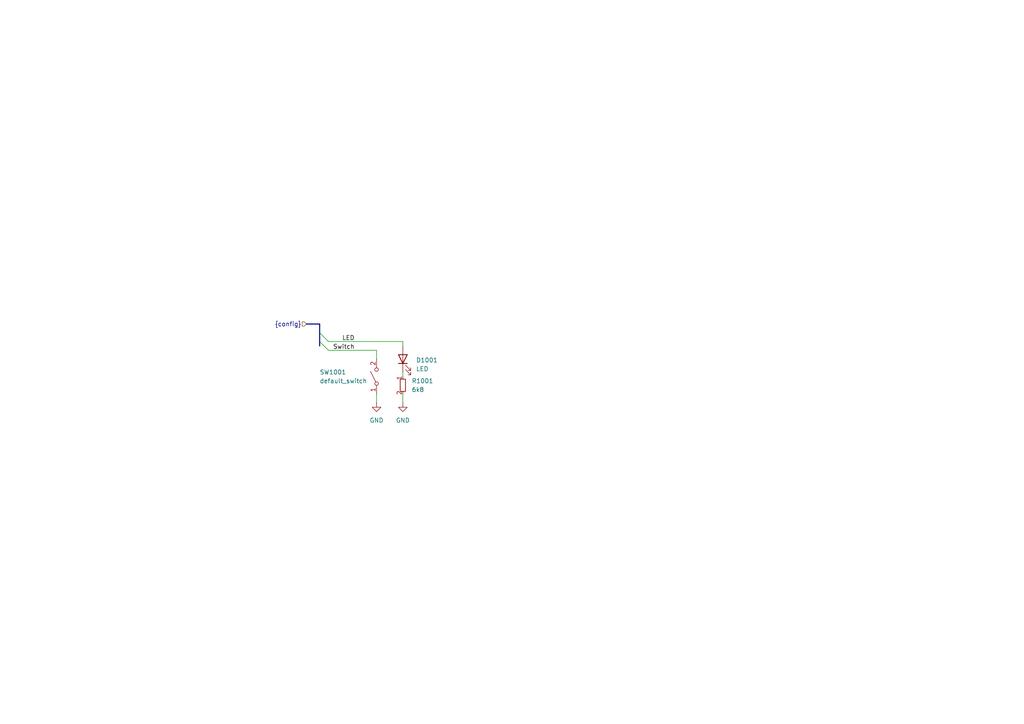
<source format=kicad_sch>
(kicad_sch (version 20231120) (generator "eeschema") (generator_version "8.0")
  (paper "A4")
  (lib_symbols
    (symbol "custom_kicad_lib_sk:LED" (pin_numbers hide) (pin_names (offset 1.016) hide)
      (property "Reference" "D" (at 0 2.54 0))
      (property "Value" "LED" (at 0 -2.54 0))
      (symbol "LED_0_1"
        (polyline (pts (xy -1.27 -1.27) (xy -1.27 1.27)) (stroke (width 0.254)))
        (polyline (pts (xy -1.27 0) (xy 1.27 0)))
        (polyline (pts (xy 1.27 -1.27) (xy 1.27 1.27) (xy -1.27 0) (xy 1.27 -1.27)) (stroke (width 0.254)))
        (polyline (pts (xy -3.048 -0.762) (xy -4.572 -2.286) (xy -3.81 -2.286) (xy -4.572 -2.286) (xy -4.572 -1.524)))
        (polyline (pts (xy -1.778 -0.762) (xy -3.302 -2.286) (xy -2.54 -2.286) (xy -3.302 -2.286) (xy -3.302 -1.524)))
      )
      (symbol "LED_1_1"
        (pin passive line (at -3.81 0 0) (length 2.54) (name "K") (number "1"))
        (pin passive line (at 3.81 0 180) (length 2.54) (name "A") (number "2"))
      )
    )
    (symbol "custom_kicad_lib_sk:default_switch" (pin_names (offset 0) hide)
      (property "Reference" "SW" (at 0 3.175 0))
      (property "Value" "default_switch" (at 0 -2.54 0))
      (symbol "default_switch_0_0"
        (circle (center -2.032 0) (radius 0.508))
        (polyline (pts (xy -1.524 0.254) (xy 1.524 1.778)))
        (circle (center 2.032 0) (radius 0.508))
      )
      (symbol "default_switch_1_1"
        (pin passive line (at -5.08 0 0) (length 2.54) (name "A") (number "1"))
        (pin passive line (at 5.08 0 180) (length 2.54) (name "B") (number "2"))
      )
    )
    (symbol "power:GND" (power) (pin_numbers hide) (pin_names (offset 0) hide)
      (property "Value" "GND" (at 0 -3.81 0))
      (symbol "GND_0_1"
        (polyline (pts (xy 0 0) (xy 0 -1.27) (xy 1.27 -1.27) (xy 0 -2.54) (xy -1.27 -1.27) (xy 0 -1.27)))
      )
      (symbol "GND_1_1"
        (pin power_in line (at 0 0 270) (length 0) (name "~") (number "1"))
      )
    )
    (symbol "resistors_0603:R_6k8_0603"
      (property "Reference" "R" (at 1.27 2.54 0))
      (property "Value" "6k8" (at 2.54 -2.54 0))
      (symbol "R_6k8_0603_0_1"
        (rectangle (start -0.762 1.778) (end 0.762 -1.778) (stroke (width 0.2032)))
      )
      (symbol "R_6k8_0603_1_1"
        (pin passive line (at 0 2.54 270) (length 0.762) (name "~") (number "1"))
        (pin passive line (at 0 -2.54 90) (length 0.762) (name "~") (number "2"))
      )
    )
  )
  (bus_alias "config" (members "Switch" "LED"))
  (bus_entry (at 92.71 96.52) (size 2.54 2.54))
  (bus_entry (at 92.71 99.06) (size 2.54 2.54))
  (wire (pts (xy 116.84 114.3) (xy 116.84 116.84)))
  (bus (pts (xy 88.9 93.98) (xy 92.71 93.98)))
  (bus (pts (xy 92.71 99.06) (xy 92.71 100.33)))
  (bus (pts (xy 92.71 93.98) (xy 92.71 96.52)))
  (bus (pts (xy 92.71 96.52) (xy 92.71 99.06)))
  (wire (pts (xy 116.84 107.95) (xy 116.84 109.22)))
  (wire (pts (xy 95.25 99.06) (xy 116.84 99.06)))
  (wire (pts (xy 95.25 101.6) (xy 109.22 101.6)))
  (wire (pts (xy 109.22 114.3) (xy 109.22 116.84)))
  (wire (pts (xy 116.84 100.33) (xy 116.84 99.06)))
  (wire (pts (xy 109.22 104.14) (xy 109.22 101.6)))
  (label "Switch" (at 102.87 101.6 180))
  (label "LED" (at 102.87 99.06 180))
  (hierarchical_label "{config}" (shape input) (at 88.9 93.98 180))
  (symbol (lib_id "power:GND") (at 109.22 116.84 0) (unit 1)
    (property "Reference" "#PWR01001" (effects (hide yes)))
    (property "Value" "GND" (at 109.22 121.92 0))
    (property "Description" "Power symbol creates a global label with name \"GND\" , ground" (effects (hide yes)))
  )
  (symbol (lib_id "power:GND") (at 116.84 116.84 0) (unit 1)
    (property "Reference" "#PWR01002" (effects (hide yes)))
    (property "Value" "GND" (at 116.84 121.92 0))
    (property "Description" "Power symbol creates a global label with name \"GND\" , ground" (effects (hide yes)))
  )
  (symbol (lib_id "custom_kicad_lib_sk:default_switch") (at 109.22 109.22 90) (unit 1)
    (property "Reference" "SW1001" (at 92.71 107.95 90) (effects (justify right)))
    (property "Value" "default_switch" (at 92.71 110.49 90) (effects (justify right)))
    (property "Footprint" "custom_kicad_lib_sk:default_switch" (effects (hide yes)))
    (property "Description" "Single Pole Single Throw (SPST) switch" (effects (hide yes)))
    (property "JLCPCB Part#" "C318884" (effects (hide yes)))
  )
  (symbol (lib_id "custom_kicad_lib_sk:LED") (at 116.84 104.14 90) (unit 1)
    (property "Reference" "D1001" (at 120.65 104.4574 90) (effects (justify right)))
    (property "Value" "LED" (at 120.65 106.9974 90) (effects (justify right)))
    (property "Footprint" "LED_SMD:LED_0805_2012Metric_Pad1.15x1.40mm_HandSolder" (effects (hide yes)))
    (property "Description" "Light emitting diode" (effects (hide yes)))
    (property "JLCPCB Part#" "C2296" (effects (hide yes)))
  )
  (symbol (lib_id "resistors_0603:R_6k8_0603") (at 116.84 111.76 0) (unit 1)
    (property "Reference" "R1001" (at 119.38 110.4899 0) (effects (justify left)))
    (property "Value" "6k8" (at 119.38 113.0299 0) (effects (justify left)))
    (property "Footprint" "custom_kicad_lib_sk:R_0603_smalltext" (effects (hide yes)))
    (property "JLCPCB Part#" "C23212" (effects (hide yes)))
  )
)
</source>
